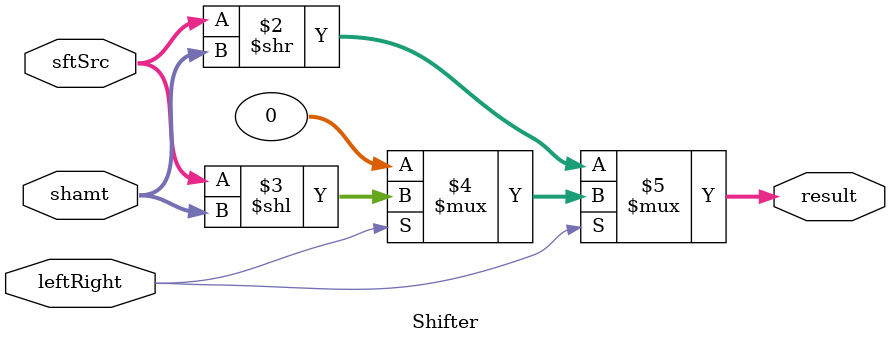
<source format=v>
module Shifter( result, leftRight, shamt, sftSrc );

//I/O ports 
input	leftRight;
input	[32-1:0] shamt;
input	[32-1:0] sftSrc ;

output	[32-1:0] result;
//Internal Signals
wire	[32-1:0] result;
  
//Main function
/*your code here*/

assign result = 	(!leftRight)?(sftSrc>>shamt):	//rightshift if 0
						(leftRight)?(sftSrc<<shamt):
						32'd0;//default

endmodule
</source>
